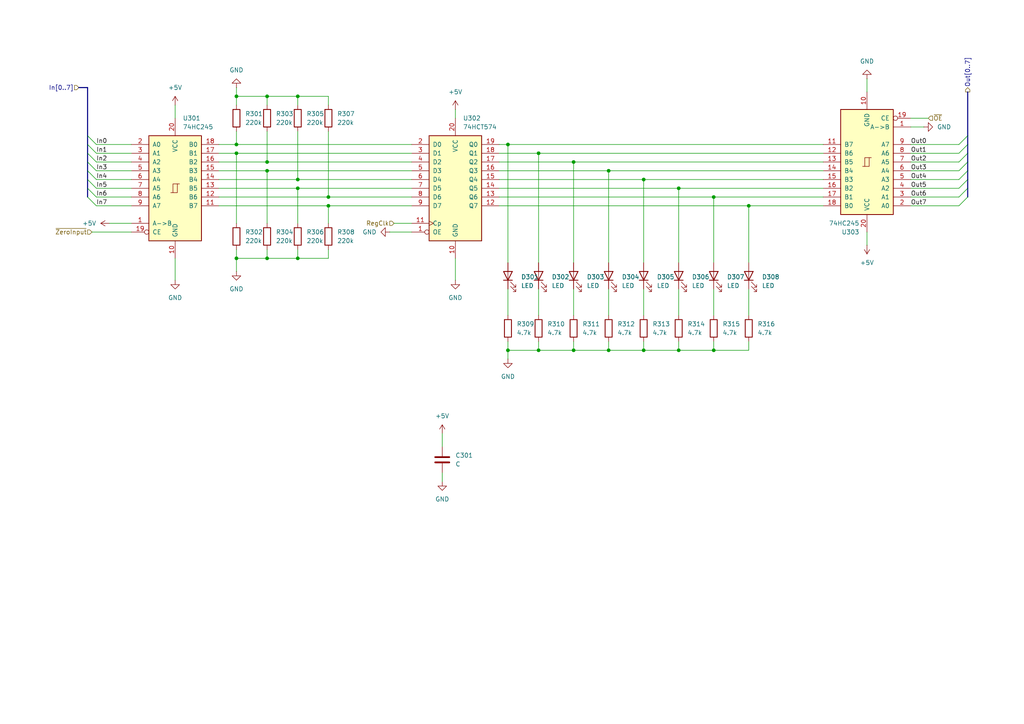
<source format=kicad_sch>
(kicad_sch (version 20231120) (generator "eeschema") (generator_version "8.0")
  (paper "A4")
  (title_block (title "16-bit Register with Reset") (rev "0"))
  (lib_symbols
    (symbol "74xx:74HC245" (pin_names (offset 1.016))
      (property "Reference" "U" (at -7.62 16.51 0))
      (property "Value" "74HC245" (at -7.62 -16.51 0))
      (symbol "74HC245_1_0"
        (polyline (pts (xy -0.635 -1.27) (xy -0.635 1.27) (xy 0.635 1.27)))
        (polyline (pts (xy -1.27 -1.27) (xy 0.635 -1.27) (xy 0.635 1.27) (xy 1.27 1.27)))
        (pin input line (at -12.7 -10.16 0) (length 5.08) (name "A->B") (number "1"))
        (pin power_in line (at 0 -20.32 90) (length 5.08) (name "GND") (number "10"))
        (pin tri_state line (at 12.7 -5.08 180) (length 5.08) (name "B7") (number "11"))
        (pin tri_state line (at 12.7 -2.54 180) (length 5.08) (name "B6") (number "12"))
        (pin tri_state line (at 12.7 0 180) (length 5.08) (name "B5") (number "13"))
        (pin tri_state line (at 12.7 2.54 180) (length 5.08) (name "B4") (number "14"))
        (pin tri_state line (at 12.7 5.08 180) (length 5.08) (name "B3") (number "15"))
        (pin tri_state line (at 12.7 7.62 180) (length 5.08) (name "B2") (number "16"))
        (pin tri_state line (at 12.7 10.16 180) (length 5.08) (name "B1") (number "17"))
        (pin tri_state line (at 12.7 12.7 180) (length 5.08) (name "B0") (number "18"))
        (pin input inverted (at -12.7 -12.7 0) (length 5.08) (name "CE") (number "19"))
        (pin tri_state line (at -12.7 12.7 0) (length 5.08) (name "A0") (number "2"))
        (pin power_in line (at 0 20.32 270) (length 5.08) (name "VCC") (number "20"))
        (pin tri_state line (at -12.7 10.16 0) (length 5.08) (name "A1") (number "3"))
        (pin tri_state line (at -12.7 7.62 0) (length 5.08) (name "A2") (number "4"))
        (pin tri_state line (at -12.7 5.08 0) (length 5.08) (name "A3") (number "5"))
        (pin tri_state line (at -12.7 2.54 0) (length 5.08) (name "A4") (number "6"))
        (pin tri_state line (at -12.7 0 0) (length 5.08) (name "A5") (number "7"))
        (pin tri_state line (at -12.7 -2.54 0) (length 5.08) (name "A6") (number "8"))
        (pin tri_state line (at -12.7 -5.08 0) (length 5.08) (name "A7") (number "9"))
      )
      (symbol "74HC245_1_1"
        (rectangle (start -7.62 15.24) (end 7.62 -15.24) (stroke (width 0.254)) (fill (type background)))
      )
    )
    (symbol "74xx:74HCT574" (pin_names (offset 1.016))
      (property "Reference" "U" (at -7.62 16.51 0))
      (property "Value" "74HCT574" (at -7.62 -16.51 0))
      (symbol "74HCT574_1_0"
        (pin input inverted (at -12.7 -12.7 0) (length 5.08) (name "OE") (number "1"))
        (pin power_in line (at 0 -20.32 90) (length 5.08) (name "GND") (number "10"))
        (pin input clock (at -12.7 -10.16 0) (length 5.08) (name "Cp") (number "11"))
        (pin tri_state line (at 12.7 -5.08 180) (length 5.08) (name "Q7") (number "12"))
        (pin tri_state line (at 12.7 -2.54 180) (length 5.08) (name "Q6") (number "13"))
        (pin tri_state line (at 12.7 0 180) (length 5.08) (name "Q5") (number "14"))
        (pin tri_state line (at 12.7 2.54 180) (length 5.08) (name "Q4") (number "15"))
        (pin tri_state line (at 12.7 5.08 180) (length 5.08) (name "Q3") (number "16"))
        (pin tri_state line (at 12.7 7.62 180) (length 5.08) (name "Q2") (number "17"))
        (pin tri_state line (at 12.7 10.16 180) (length 5.08) (name "Q1") (number "18"))
        (pin tri_state line (at 12.7 12.7 180) (length 5.08) (name "Q0") (number "19"))
        (pin input line (at -12.7 12.7 0) (length 5.08) (name "D0") (number "2"))
        (pin power_in line (at 0 20.32 270) (length 5.08) (name "VCC") (number "20"))
        (pin input line (at -12.7 10.16 0) (length 5.08) (name "D1") (number "3"))
        (pin input line (at -12.7 7.62 0) (length 5.08) (name "D2") (number "4"))
        (pin input line (at -12.7 5.08 0) (length 5.08) (name "D3") (number "5"))
        (pin input line (at -12.7 2.54 0) (length 5.08) (name "D4") (number "6"))
        (pin input line (at -12.7 0 0) (length 5.08) (name "D5") (number "7"))
        (pin input line (at -12.7 -2.54 0) (length 5.08) (name "D6") (number "8"))
        (pin input line (at -12.7 -5.08 0) (length 5.08) (name "D7") (number "9"))
      )
      (symbol "74HCT574_1_1"
        (rectangle (start -7.62 15.24) (end 7.62 -15.24) (stroke (width 0.254)) (fill (type background)))
      )
    )
    (symbol "Device:C" (pin_numbers hide) (pin_names (offset 0.254))
      (property "Reference" "C" (at 0.635 2.54 0))
      (property "Value" "C" (at 0.635 -2.54 0))
      (symbol "C_0_1"
        (polyline (pts (xy -2.032 -0.762) (xy 2.032 -0.762)) (stroke (width 0.508)))
        (polyline (pts (xy -2.032 0.762) (xy 2.032 0.762)) (stroke (width 0.508)))
      )
      (symbol "C_1_1"
        (pin passive line (at 0 3.81 270) (length 2.794) (name "~") (number "1"))
        (pin passive line (at 0 -3.81 90) (length 2.794) (name "~") (number "2"))
      )
    )
    (symbol "Device:LED" (pin_numbers hide) (pin_names (offset 1.016) hide)
      (property "Reference" "D" (at 0 2.54 0))
      (property "Value" "LED" (at 0 -2.54 0))
      (symbol "LED_0_1"
        (polyline (pts (xy -1.27 -1.27) (xy -1.27 1.27)) (stroke (width 0.254)))
        (polyline (pts (xy -1.27 0) (xy 1.27 0)))
        (polyline (pts (xy 1.27 -1.27) (xy 1.27 1.27) (xy -1.27 0) (xy 1.27 -1.27)) (stroke (width 0.254)))
        (polyline (pts (xy -3.048 -0.762) (xy -4.572 -2.286) (xy -3.81 -2.286) (xy -4.572 -2.286) (xy -4.572 -1.524)))
        (polyline (pts (xy -1.778 -0.762) (xy -3.302 -2.286) (xy -2.54 -2.286) (xy -3.302 -2.286) (xy -3.302 -1.524)))
      )
      (symbol "LED_1_1"
        (pin passive line (at -3.81 0 0) (length 2.54) (name "K") (number "1"))
        (pin passive line (at 3.81 0 180) (length 2.54) (name "A") (number "2"))
      )
    )
    (symbol "Device:R" (pin_numbers hide) (pin_names (offset 0))
      (property "Reference" "R" (at 2.032 0 90))
      (property "Value" "R" (at 0 0 90))
      (symbol "R_0_1"
        (rectangle (start -1.016 -2.54) (end 1.016 2.54) (stroke (width 0.254)))
      )
      (symbol "R_1_1"
        (pin passive line (at 0 3.81 270) (length 1.27) (name "~") (number "1"))
        (pin passive line (at 0 -3.81 90) (length 1.27) (name "~") (number "2"))
      )
    )
    (symbol "power:+5V" (power) (pin_numbers hide) (pin_names (offset 0) hide)
      (property "Value" "+5V" (at 0 3.556 0))
      (symbol "+5V_0_1"
        (polyline (pts (xy -0.762 1.27) (xy 0 2.54)))
        (polyline (pts (xy 0 0) (xy 0 2.54)))
        (polyline (pts (xy 0 2.54) (xy 0.762 1.27)))
      )
      (symbol "+5V_1_1"
        (pin power_in line (at 0 0 90) (length 0) (name "~") (number "1"))
      )
    )
    (symbol "power:GND" (power) (pin_numbers hide) (pin_names (offset 0) hide)
      (property "Value" "GND" (at 0 -3.81 0))
      (symbol "GND_0_1"
        (polyline (pts (xy 0 0) (xy 0 -1.27) (xy 1.27 -1.27) (xy 0 -2.54) (xy -1.27 -1.27) (xy 0 -1.27)))
      )
      (symbol "GND_1_1"
        (pin power_in line (at 0 0 270) (length 0) (name "~") (number "1"))
      )
    )
  )
  (junction (at 207.01 57.15))
  (junction (at 196.85 54.61))
  (junction (at 176.53 101.6))
  (junction (at 147.32 101.6))
  (junction (at 86.36 54.61))
  (junction (at 95.25 59.69))
  (junction (at 186.69 101.6))
  (junction (at 95.25 57.15))
  (junction (at 166.37 46.99))
  (junction (at 77.47 49.53))
  (junction (at 68.58 74.93))
  (junction (at 156.21 101.6))
  (junction (at 186.69 52.07))
  (junction (at 147.32 41.91))
  (junction (at 68.58 27.94))
  (junction (at 86.36 27.94))
  (junction (at 156.21 44.45))
  (junction (at 207.01 101.6))
  (junction (at 68.58 44.45))
  (junction (at 68.58 41.91))
  (junction (at 77.47 74.93))
  (junction (at 196.85 101.6))
  (junction (at 77.47 27.94))
  (junction (at 86.36 52.07))
  (junction (at 166.37 101.6))
  (junction (at 77.47 46.99))
  (junction (at 176.53 49.53))
  (junction (at 86.36 74.93))
  (junction (at 217.17 59.69))
  (bus_entry (at 280.67 54.61) (size -2.54 2.54))
  (bus_entry (at 280.67 41.91) (size -2.54 2.54))
  (bus_entry (at 280.67 57.15) (size -2.54 2.54))
  (bus_entry (at 280.67 39.37) (size -2.54 2.54))
  (bus_entry (at 280.67 44.45) (size -2.54 2.54))
  (bus_entry (at 25.4 46.99) (size 2.54 2.54))
  (bus_entry (at 280.67 52.07) (size -2.54 2.54))
  (bus_entry (at 25.4 39.37) (size 2.54 2.54))
  (bus_entry (at 25.4 49.53) (size 2.54 2.54))
  (bus_entry (at 280.67 46.99) (size -2.54 2.54))
  (bus_entry (at 25.4 41.91) (size 2.54 2.54))
  (bus_entry (at 25.4 44.45) (size 2.54 2.54))
  (bus_entry (at 280.67 49.53) (size -2.54 2.54))
  (bus_entry (at 25.4 54.61) (size 2.54 2.54))
  (bus_entry (at 25.4 52.07) (size 2.54 2.54))
  (bus_entry (at 25.4 57.15) (size 2.54 2.54))
  (wire (pts (xy 26.67 67.31) (xy 38.1 67.31)))
  (bus (pts (xy 280.67 49.53) (xy 280.67 52.07)))
  (wire (pts (xy 27.94 52.07) (xy 38.1 52.07)))
  (wire (pts (xy 27.94 57.15) (xy 38.1 57.15)))
  (wire (pts (xy 128.27 137.16) (xy 128.27 139.7)))
  (wire (pts (xy 77.47 49.53) (xy 77.47 64.77)))
  (wire (pts (xy 50.8 30.48) (xy 50.8 34.29)))
  (wire (pts (xy 217.17 83.82) (xy 217.17 91.44)))
  (wire (pts (xy 27.94 41.91) (xy 38.1 41.91)))
  (wire (pts (xy 86.36 54.61) (xy 86.36 64.77)))
  (wire (pts (xy 27.94 44.45) (xy 38.1 44.45)))
  (wire (pts (xy 144.78 44.45) (xy 156.21 44.45)))
  (wire (pts (xy 31.75 64.77) (xy 38.1 64.77)))
  (wire (pts (xy 176.53 49.53) (xy 176.53 76.2)))
  (wire (pts (xy 264.16 57.15) (xy 278.13 57.15)))
  (bus (pts (xy 25.4 46.99) (xy 25.4 49.53)))
  (wire (pts (xy 68.58 72.39) (xy 68.58 74.93)))
  (wire (pts (xy 86.36 27.94) (xy 95.25 27.94)))
  (wire (pts (xy 207.01 57.15) (xy 238.76 57.15)))
  (wire (pts (xy 176.53 99.06) (xy 176.53 101.6)))
  (wire (pts (xy 207.01 99.06) (xy 207.01 101.6)))
  (wire (pts (xy 147.32 101.6) (xy 156.21 101.6)))
  (wire (pts (xy 128.27 125.73) (xy 128.27 129.54)))
  (wire (pts (xy 196.85 54.61) (xy 196.85 76.2)))
  (wire (pts (xy 77.47 27.94) (xy 86.36 27.94)))
  (wire (pts (xy 63.5 49.53) (xy 77.47 49.53)))
  (wire (pts (xy 196.85 101.6) (xy 207.01 101.6)))
  (wire (pts (xy 68.58 41.91) (xy 119.38 41.91)))
  (bus (pts (xy 25.4 54.61) (xy 25.4 57.15)))
  (wire (pts (xy 114.3 64.77) (xy 119.38 64.77)))
  (wire (pts (xy 207.01 83.82) (xy 207.01 91.44)))
  (bus (pts (xy 25.4 44.45) (xy 25.4 46.99)))
  (wire (pts (xy 144.78 52.07) (xy 186.69 52.07)))
  (wire (pts (xy 68.58 38.1) (xy 68.58 41.91)))
  (wire (pts (xy 63.5 52.07) (xy 86.36 52.07)))
  (wire (pts (xy 176.53 49.53) (xy 238.76 49.53)))
  (bus (pts (xy 280.67 26.67) (xy 280.67 39.37)))
  (wire (pts (xy 251.46 22.86) (xy 251.46 26.67)))
  (wire (pts (xy 77.47 27.94) (xy 77.47 30.48)))
  (wire (pts (xy 27.94 49.53) (xy 38.1 49.53)))
  (wire (pts (xy 264.16 41.91) (xy 278.13 41.91)))
  (wire (pts (xy 50.8 74.93) (xy 50.8 81.28)))
  (wire (pts (xy 68.58 74.93) (xy 68.58 78.74)))
  (wire (pts (xy 264.16 54.61) (xy 278.13 54.61)))
  (wire (pts (xy 86.36 52.07) (xy 119.38 52.07)))
  (bus (pts (xy 25.4 39.37) (xy 25.4 41.91)))
  (wire (pts (xy 186.69 52.07) (xy 238.76 52.07)))
  (wire (pts (xy 63.5 41.91) (xy 68.58 41.91)))
  (wire (pts (xy 166.37 101.6) (xy 176.53 101.6)))
  (wire (pts (xy 86.36 38.1) (xy 86.36 52.07)))
  (wire (pts (xy 147.32 101.6) (xy 147.32 104.14)))
  (wire (pts (xy 156.21 99.06) (xy 156.21 101.6)))
  (wire (pts (xy 264.16 44.45) (xy 278.13 44.45)))
  (wire (pts (xy 95.25 59.69) (xy 119.38 59.69)))
  (wire (pts (xy 156.21 44.45) (xy 156.21 76.2)))
  (bus (pts (xy 25.4 52.07) (xy 25.4 54.61)))
  (wire (pts (xy 166.37 99.06) (xy 166.37 101.6)))
  (wire (pts (xy 196.85 99.06) (xy 196.85 101.6)))
  (bus (pts (xy 280.67 44.45) (xy 280.67 46.99)))
  (wire (pts (xy 147.32 41.91) (xy 238.76 41.91)))
  (wire (pts (xy 217.17 59.69) (xy 238.76 59.69)))
  (wire (pts (xy 156.21 101.6) (xy 166.37 101.6)))
  (wire (pts (xy 27.94 54.61) (xy 38.1 54.61)))
  (wire (pts (xy 113.03 67.31) (xy 119.38 67.31)))
  (wire (pts (xy 63.5 54.61) (xy 86.36 54.61)))
  (wire (pts (xy 77.47 46.99) (xy 119.38 46.99)))
  (wire (pts (xy 147.32 83.82) (xy 147.32 91.44)))
  (wire (pts (xy 63.5 46.99) (xy 77.47 46.99)))
  (wire (pts (xy 77.47 74.93) (xy 86.36 74.93)))
  (wire (pts (xy 186.69 101.6) (xy 196.85 101.6)))
  (wire (pts (xy 156.21 83.82) (xy 156.21 91.44)))
  (wire (pts (xy 166.37 46.99) (xy 238.76 46.99)))
  (wire (pts (xy 147.32 41.91) (xy 147.32 76.2)))
  (bus (pts (xy 22.86 25.4) (xy 25.4 25.4)))
  (wire (pts (xy 27.94 59.69) (xy 38.1 59.69)))
  (wire (pts (xy 86.36 74.93) (xy 95.25 74.93)))
  (wire (pts (xy 264.16 46.99) (xy 278.13 46.99)))
  (wire (pts (xy 264.16 52.07) (xy 278.13 52.07)))
  (wire (pts (xy 63.5 59.69) (xy 95.25 59.69)))
  (wire (pts (xy 77.47 38.1) (xy 77.47 46.99)))
  (wire (pts (xy 196.85 54.61) (xy 238.76 54.61)))
  (wire (pts (xy 166.37 46.99) (xy 166.37 76.2)))
  (wire (pts (xy 95.25 57.15) (xy 119.38 57.15)))
  (wire (pts (xy 144.78 59.69) (xy 217.17 59.69)))
  (wire (pts (xy 68.58 44.45) (xy 119.38 44.45)))
  (wire (pts (xy 68.58 27.94) (xy 77.47 27.94)))
  (wire (pts (xy 68.58 27.94) (xy 68.58 30.48)))
  (bus (pts (xy 280.67 52.07) (xy 280.67 54.61)))
  (wire (pts (xy 86.36 54.61) (xy 119.38 54.61)))
  (wire (pts (xy 186.69 52.07) (xy 186.69 76.2)))
  (wire (pts (xy 63.5 57.15) (xy 95.25 57.15)))
  (wire (pts (xy 68.58 25.4) (xy 68.58 27.94)))
  (wire (pts (xy 207.01 101.6) (xy 217.17 101.6)))
  (wire (pts (xy 95.25 74.93) (xy 95.25 72.39)))
  (wire (pts (xy 186.69 83.82) (xy 186.69 91.44)))
  (bus (pts (xy 280.67 46.99) (xy 280.67 49.53)))
  (bus (pts (xy 280.67 39.37) (xy 280.67 41.91)))
  (wire (pts (xy 144.78 54.61) (xy 196.85 54.61)))
  (wire (pts (xy 217.17 101.6) (xy 217.17 99.06)))
  (wire (pts (xy 77.47 72.39) (xy 77.47 74.93)))
  (wire (pts (xy 68.58 44.45) (xy 68.58 64.77)))
  (wire (pts (xy 95.25 59.69) (xy 95.25 64.77)))
  (wire (pts (xy 95.25 27.94) (xy 95.25 30.48)))
  (bus (pts (xy 25.4 41.91) (xy 25.4 44.45)))
  (wire (pts (xy 251.46 67.31) (xy 251.46 71.12)))
  (wire (pts (xy 86.36 27.94) (xy 86.36 30.48)))
  (bus (pts (xy 25.4 49.53) (xy 25.4 52.07)))
  (wire (pts (xy 144.78 46.99) (xy 166.37 46.99)))
  (wire (pts (xy 68.58 74.93) (xy 77.47 74.93)))
  (bus (pts (xy 25.4 25.4) (xy 25.4 39.37)))
  (wire (pts (xy 196.85 83.82) (xy 196.85 91.44)))
  (bus (pts (xy 280.67 54.61) (xy 280.67 57.15)))
  (wire (pts (xy 217.17 59.69) (xy 217.17 76.2)))
  (wire (pts (xy 264.16 36.83) (xy 267.97 36.83)))
  (wire (pts (xy 264.16 49.53) (xy 278.13 49.53)))
  (wire (pts (xy 176.53 83.82) (xy 176.53 91.44)))
  (wire (pts (xy 147.32 99.06) (xy 147.32 101.6)))
  (wire (pts (xy 207.01 57.15) (xy 207.01 76.2)))
  (wire (pts (xy 27.94 46.99) (xy 38.1 46.99)))
  (wire (pts (xy 264.16 59.69) (xy 278.13 59.69)))
  (wire (pts (xy 144.78 41.91) (xy 147.32 41.91)))
  (wire (pts (xy 144.78 57.15) (xy 207.01 57.15)))
  (wire (pts (xy 86.36 72.39) (xy 86.36 74.93)))
  (wire (pts (xy 186.69 99.06) (xy 186.69 101.6)))
  (bus (pts (xy 280.67 41.91) (xy 280.67 44.45)))
  (wire (pts (xy 166.37 83.82) (xy 166.37 91.44)))
  (wire (pts (xy 95.25 38.1) (xy 95.25 57.15)))
  (wire (pts (xy 144.78 49.53) (xy 176.53 49.53)))
  (wire (pts (xy 63.5 44.45) (xy 68.58 44.45)))
  (wire (pts (xy 132.08 31.75) (xy 132.08 34.29)))
  (wire (pts (xy 176.53 101.6) (xy 186.69 101.6)))
  (wire (pts (xy 77.47 49.53) (xy 119.38 49.53)))
  (wire (pts (xy 156.21 44.45) (xy 238.76 44.45)))
  (wire (pts (xy 264.16 34.29) (xy 269.24 34.29)))
  (wire (pts (xy 132.08 74.93) (xy 132.08 81.28)))
  (label "Out4" (at 264.16 52.07 0))
  (label "Out0" (at 264.16 41.91 0))
  (label "In2" (at 27.94 46.99 0))
  (label "Out6" (at 264.16 57.15 0))
  (label "In5" (at 27.94 54.61 0))
  (label "In7" (at 27.94 59.69 0))
  (label "In6" (at 27.94 57.15 0))
  (label "Out2" (at 264.16 46.99 0))
  (label "In0" (at 27.94 41.91 0))
  (label "Out7" (at 264.16 59.69 0))
  (label "In1" (at 27.94 44.45 0))
  (label "Out5" (at 264.16 54.61 0))
  (label "Out3" (at 264.16 49.53 0))
  (label "Out1" (at 264.16 44.45 0))
  (label "In3" (at 27.94 49.53 0))
  (label "In4" (at 27.94 52.07 0))
  (hierarchical_label "~{ZeroInput}" (shape input) (at 26.67 67.31 180))
  (hierarchical_label "~{OE}" (shape input) (at 269.24 34.29 0))
  (hierarchical_label "In[0..7]" (shape input) (at 22.86 25.4 180))
  (hierarchical_label "RegClk" (shape input) (at 114.3 64.77 180))
  (hierarchical_label "Out[0..7]" (shape output) (at 280.67 26.67 90))
  (symbol (lib_id "Device:R") (at 196.85 95.25 0) (unit 1)
    (property "Reference" "R314" (at 199.39 93.9799 0) (effects (justify left)))
    (property "Value" "4.7k" (at 199.39 96.5199 0) (effects (justify left)))
    (property "Footprint" "Resistor_SMD:R_0603_1608Metric" (effects (hide yes)))
    (property "Datasheet" "https://wmsc.lcsc.com/wmsc/upload/file/pdf/v2/lcsc/2206010116_UNI-ROYAL-Uniroyal-Elec-0603WAF4701T5E_C23162.pdf" (effects (hide yes)))
    (property "Description" "Resistor" (effects (hide yes)))
    (property "LCSC" "C23162" (effects (hide yes)))
    (instances (project "Register with Reset" (path "" (reference "R314") (unit 1)) (path "" (reference "R214") (unit 1))))
  )
  (symbol (lib_id "74xx:74HCT574") (at 132.08 54.61 0) (unit 1)
    (property "Reference" "U302" (at 134.2741 34.29 0) (effects (justify left)))
    (property "Value" "74HCT574" (at 134.2741 36.83 0) (effects (justify left)))
    (property "Footprint" "Package_DIP:DIP-20_W7.62mm_Socket" (effects (hide yes)))
    (property "Datasheet" "http://www.ti.com/lit/gpn/sn74HCT574" (effects (hide yes)))
    (property "Description" "8-bit Register, 3-state outputs" (effects (hide yes)))
    (instances (project "" (path "" (reference "U302") (unit 1)) (path "" (reference "U202") (unit 1))))
  )
  (symbol (lib_id "Device:R") (at 77.47 68.58 0) (unit 1)
    (property "Reference" "R304" (at 80.01 67.3099 0) (effects (justify left)))
    (property "Value" "220k" (at 80.01 69.8499 0) (effects (justify left)))
    (property "Footprint" "Resistor_SMD:R_0603_1608Metric" (effects (hide yes)))
    (property "Datasheet" "https://wmsc.lcsc.com/wmsc/upload/file/pdf/v2/lcsc/2206010130_UNI-ROYAL-Uniroyal-Elec-0603WAF2203T5E_C22961.pdf" (effects (hide yes)))
    (property "Description" "Resistor" (effects (hide yes)))
    (property "LCSC" "C22961" (effects (hide yes)))
    (instances (project "Register with Reset" (path "" (reference "R304") (unit 1)) (path "" (reference "R204") (unit 1))))
  )
  (symbol (lib_id "Device:LED") (at 166.37 80.01 90) (unit 1)
    (property "Reference" "D303" (at 170.18 80.3274 90) (effects (justify right)))
    (property "Value" "LED" (at 170.18 82.8674 90) (effects (justify right)))
    (property "Footprint" "LED_SMD:LED_0603_1608Metric" (effects (hide yes)))
    (property "Datasheet" "https://wmsc.lcsc.com/wmsc/upload/file/pdf/v2/lcsc/2305091500_Hubei-KENTO-Elec-KT-0603W_C2290.pdf" (effects (hide yes)))
    (property "Description" "Light emitting diode (White)" (effects (hide yes)))
    (property "LCSC" "C2290" (effects (hide yes)))
    (instances (project "Register with Reset" (path "" (reference "D303") (unit 1)) (path "" (reference "D203") (unit 1))))
  )
  (symbol (lib_id "power:GND") (at 251.46 22.86 180) (unit 1)
    (property "Reference" "#PWR0312" (effects (hide yes)))
    (property "Value" "GND" (at 251.46 17.78 0))
    (property "Description" "Power symbol creates a global label with name \"GND\" , ground" (effects (hide yes)))
    (instances (project "Register with Reset" (path "" (reference "#PWR0312") (unit 1)) (path "" (reference "#PWR0212") (unit 1))))
  )
  (symbol (lib_id "power:+5V") (at 251.46 71.12 180) (unit 1)
    (property "Reference" "#PWR0311" (effects (hide yes)))
    (property "Value" "+5V" (at 251.46 76.2 0))
    (property "Description" "Power symbol creates a global label with name \"+5V\"" (effects (hide yes)))
    (instances (project "" (path "" (reference "#PWR0311") (unit 1)) (path "" (reference "#PWR0211") (unit 1))))
  )
  (symbol (lib_id "Device:R") (at 217.17 95.25 0) (unit 1)
    (property "Reference" "R316" (at 219.71 93.9799 0) (effects (justify left)))
    (property "Value" "4.7k" (at 219.71 96.5199 0) (effects (justify left)))
    (property "Footprint" "Resistor_SMD:R_0603_1608Metric" (effects (hide yes)))
    (property "Datasheet" "https://wmsc.lcsc.com/wmsc/upload/file/pdf/v2/lcsc/2206010116_UNI-ROYAL-Uniroyal-Elec-0603WAF4701T5E_C23162.pdf" (effects (hide yes)))
    (property "Description" "Resistor" (effects (hide yes)))
    (property "LCSC" "C23162" (effects (hide yes)))
    (instances (project "Register with Reset" (path "" (reference "R316") (unit 1)) (path "" (reference "R216") (unit 1))))
  )
  (symbol (lib_id "Device:LED") (at 186.69 80.01 90) (unit 1)
    (property "Reference" "D305" (at 190.5 80.3274 90) (effects (justify right)))
    (property "Value" "LED" (at 190.5 82.8674 90) (effects (justify right)))
    (property "Footprint" "LED_SMD:LED_0603_1608Metric" (effects (hide yes)))
    (property "Datasheet" "https://wmsc.lcsc.com/wmsc/upload/file/pdf/v2/lcsc/2305091500_Hubei-KENTO-Elec-KT-0603W_C2290.pdf" (effects (hide yes)))
    (property "Description" "Light emitting diode (White)" (effects (hide yes)))
    (property "LCSC" "C2290" (effects (hide yes)))
    (instances (project "Register with Reset" (path "" (reference "D305") (unit 1)) (path "" (reference "D205") (unit 1))))
  )
  (symbol (lib_id "Device:R") (at 86.36 68.58 0) (unit 1)
    (property "Reference" "R306" (at 88.9 67.3099 0) (effects (justify left)))
    (property "Value" "220k" (at 88.9 69.8499 0) (effects (justify left)))
    (property "Footprint" "Resistor_SMD:R_0603_1608Metric" (effects (hide yes)))
    (property "Datasheet" "https://wmsc.lcsc.com/wmsc/upload/file/pdf/v2/lcsc/2206010130_UNI-ROYAL-Uniroyal-Elec-0603WAF2203T5E_C22961.pdf" (effects (hide yes)))
    (property "Description" "Resistor" (effects (hide yes)))
    (property "LCSC" "C22961" (effects (hide yes)))
    (instances (project "Register with Reset" (path "" (reference "R306") (unit 1)) (path "" (reference "R206") (unit 1))))
  )
  (symbol (lib_id "power:GND") (at 50.8 81.28 0) (unit 1)
    (property "Reference" "#PWR0303" (effects (hide yes)))
    (property "Value" "GND" (at 50.8 86.36 0))
    (property "Description" "Power symbol creates a global label with name \"GND\" , ground" (effects (hide yes)))
    (instances (project "" (path "" (reference "#PWR0303") (unit 1)) (path "" (reference "#PWR0203") (unit 1))))
  )
  (symbol (lib_id "Device:R") (at 156.21 95.25 0) (unit 1)
    (property "Reference" "R310" (at 158.75 93.9799 0) (effects (justify left)))
    (property "Value" "4.7k" (at 158.75 96.5199 0) (effects (justify left)))
    (property "Footprint" "Resistor_SMD:R_0603_1608Metric" (effects (hide yes)))
    (property "Datasheet" "https://wmsc.lcsc.com/wmsc/upload/file/pdf/v2/lcsc/2206010116_UNI-ROYAL-Uniroyal-Elec-0603WAF4701T5E_C23162.pdf" (effects (hide yes)))
    (property "Description" "Resistor" (effects (hide yes)))
    (property "LCSC" "C23162" (effects (hide yes)))
    (instances (project "Register with Reset" (path "" (reference "R310") (unit 1)) (path "" (reference "R210") (unit 1))))
  )
  (symbol (lib_id "power:GND") (at 132.08 81.28 0) (unit 1)
    (property "Reference" "#PWR0308" (effects (hide yes)))
    (property "Value" "GND" (at 132.08 86.36 0))
    (property "Description" "Power symbol creates a global label with name \"GND\" , ground" (effects (hide yes)))
    (instances (project "Register with Reset" (path "" (reference "#PWR0308") (unit 1)) (path "" (reference "#PWR0208") (unit 1))))
  )
  (symbol (lib_id "Device:R") (at 147.32 95.25 0) (unit 1)
    (property "Reference" "R309" (at 149.86 93.9799 0) (effects (justify left)))
    (property "Value" "4.7k" (at 149.86 96.5199 0) (effects (justify left)))
    (property "Footprint" "Resistor_SMD:R_0603_1608Metric" (effects (hide yes)))
    (property "Datasheet" "https://wmsc.lcsc.com/wmsc/upload/file/pdf/v2/lcsc/2206010116_UNI-ROYAL-Uniroyal-Elec-0603WAF4701T5E_C23162.pdf" (effects (hide yes)))
    (property "Description" "Resistor" (effects (hide yes)))
    (property "LCSC" "C23162" (effects (hide yes)))
    (instances (project "" (path "" (reference "R309") (unit 1)) (path "" (reference "R209") (unit 1))))
  )
  (symbol (lib_id "power:GND") (at 68.58 78.74 0) (unit 1)
    (property "Reference" "#PWR0305" (effects (hide yes)))
    (property "Value" "GND" (at 68.58 83.82 0))
    (property "Description" "Power symbol creates a global label with name \"GND\" , ground" (effects (hide yes)))
    (instances (project "" (path "" (reference "#PWR0305") (unit 1)) (path "" (reference "#PWR0205") (unit 1))))
  )
  (symbol (lib_id "Device:R") (at 166.37 95.25 0) (unit 1)
    (property "Reference" "R311" (at 168.91 93.9799 0) (effects (justify left)))
    (property "Value" "4.7k" (at 168.91 96.5199 0) (effects (justify left)))
    (property "Footprint" "Resistor_SMD:R_0603_1608Metric" (effects (hide yes)))
    (property "Datasheet" "https://wmsc.lcsc.com/wmsc/upload/file/pdf/v2/lcsc/2206010116_UNI-ROYAL-Uniroyal-Elec-0603WAF4701T5E_C23162.pdf" (effects (hide yes)))
    (property "Description" "Resistor" (effects (hide yes)))
    (property "LCSC" "C23162" (effects (hide yes)))
    (instances (project "Register with Reset" (path "" (reference "R311") (unit 1)) (path "" (reference "R211") (unit 1))))
  )
  (symbol (lib_id "Device:R") (at 68.58 68.58 0) (unit 1)
    (property "Reference" "R302" (at 71.12 67.3099 0) (effects (justify left)))
    (property "Value" "220k" (at 71.12 69.8499 0) (effects (justify left)))
    (property "Footprint" "Resistor_SMD:R_0603_1608Metric" (effects (hide yes)))
    (property "Datasheet" "https://wmsc.lcsc.com/wmsc/upload/file/pdf/v2/lcsc/2206010130_UNI-ROYAL-Uniroyal-Elec-0603WAF2203T5E_C22961.pdf" (effects (hide yes)))
    (property "Description" "Resistor" (effects (hide yes)))
    (property "LCSC" "C22961" (effects (hide yes)))
    (instances (project "Register with Reset" (path "" (reference "R302") (unit 1)) (path "" (reference "R202") (unit 1))))
  )
  (symbol (lib_id "Device:C") (at 128.27 133.35 0) (unit 1)
    (property "Reference" "C301" (at 132.08 132.0799 0) (effects (justify left)))
    (property "Value" "C" (at 132.08 134.6199 0) (effects (justify left)))
    (property "Footprint" "Capacitor_SMD:C_0603_1608Metric" (effects (hide yes)))
    (property "Datasheet" "https://wmsc.lcsc.com/wmsc/upload/file/pdf/v2/lcsc/2211101700_YAGEO-CC0603KRX7R9BB104_C14663.pdf" (effects (hide yes)))
    (property "Description" "Unpolarized capacitor" (effects (hide yes)))
    (property "LCSC" "C14663" (effects (hide yes)))
    (instances (project "" (path "" (reference "C301") (unit 1)) (path "" (reference "C201") (unit 1))))
  )
  (symbol (lib_id "power:GND") (at 128.27 139.7 0) (unit 1)
    (property "Reference" "#PWR0313" (effects (hide yes)))
    (property "Value" "GND" (at 128.27 144.78 0))
    (property "Description" "Power symbol creates a global label with name \"GND\" , ground" (effects (hide yes)))
    (instances (project "" (path "" (reference "#PWR0313") (unit 1)) (path "" (reference "#PWR0213") (unit 1))))
  )
  (symbol (lib_id "Device:R") (at 77.47 34.29 0) (unit 1)
    (property "Reference" "R303" (at 80.01 33.0199 0) (effects (justify left)))
    (property "Value" "220k" (at 80.01 35.5599 0) (effects (justify left)))
    (property "Footprint" "Resistor_SMD:R_0603_1608Metric" (effects (hide yes)))
    (property "Datasheet" "https://wmsc.lcsc.com/wmsc/upload/file/pdf/v2/lcsc/2206010130_UNI-ROYAL-Uniroyal-Elec-0603WAF2203T5E_C22961.pdf" (effects (hide yes)))
    (property "Description" "Resistor" (effects (hide yes)))
    (property "LCSC" "C22961" (effects (hide yes)))
    (instances (project "Register with Reset" (path "" (reference "R303") (unit 1)) (path "" (reference "R203") (unit 1))))
  )
  (symbol (lib_id "Device:LED") (at 176.53 80.01 90) (unit 1)
    (property "Reference" "D304" (at 180.34 80.3274 90) (effects (justify right)))
    (property "Value" "LED" (at 180.34 82.8674 90) (effects (justify right)))
    (property "Footprint" "LED_SMD:LED_0603_1608Metric" (effects (hide yes)))
    (property "Datasheet" "https://wmsc.lcsc.com/wmsc/upload/file/pdf/v2/lcsc/2305091500_Hubei-KENTO-Elec-KT-0603W_C2290.pdf" (effects (hide yes)))
    (property "Description" "Light emitting diode (White)" (effects (hide yes)))
    (property "LCSC" "C2290" (effects (hide yes)))
    (instances (project "Register with Reset" (path "" (reference "D304") (unit 1)) (path "" (reference "D204") (unit 1))))
  )
  (symbol (lib_id "power:+5V") (at 50.8 30.48 0) (unit 1)
    (property "Reference" "#PWR0302" (effects (hide yes)))
    (property "Value" "+5V" (at 50.8 25.4 0))
    (property "Description" "Power symbol creates a global label with name \"+5V\"" (effects (hide yes)))
    (instances (project "" (path "" (reference "#PWR0302") (unit 1)) (path "" (reference "#PWR0202") (unit 1))))
  )
  (symbol (lib_id "power:+5V") (at 128.27 125.73 0) (unit 1)
    (property "Reference" "#PWR0314" (effects (hide yes)))
    (property "Value" "+5V" (at 128.27 120.65 0))
    (property "Description" "Power symbol creates a global label with name \"+5V\"" (effects (hide yes)))
    (instances (project "" (path "" (reference "#PWR0314") (unit 1)) (path "" (reference "#PWR0214") (unit 1))))
  )
  (symbol (lib_id "power:+5V") (at 132.08 31.75 0) (unit 1)
    (property "Reference" "#PWR0307" (effects (hide yes)))
    (property "Value" "+5V" (at 132.08 26.67 0))
    (property "Description" "Power symbol creates a global label with name \"+5V\"" (effects (hide yes)))
    (instances (project "" (path "" (reference "#PWR0307") (unit 1)) (path "" (reference "#PWR0207") (unit 1))))
  )
  (symbol (lib_id "Device:R") (at 176.53 95.25 0) (unit 1)
    (property "Reference" "R312" (at 179.07 93.9799 0) (effects (justify left)))
    (property "Value" "4.7k" (at 179.07 96.5199 0) (effects (justify left)))
    (property "Footprint" "Resistor_SMD:R_0603_1608Metric" (effects (hide yes)))
    (property "Datasheet" "https://wmsc.lcsc.com/wmsc/upload/file/pdf/v2/lcsc/2206010116_UNI-ROYAL-Uniroyal-Elec-0603WAF4701T5E_C23162.pdf" (effects (hide yes)))
    (property "Description" "Resistor" (effects (hide yes)))
    (property "LCSC" "C23162" (effects (hide yes)))
    (instances (project "Register with Reset" (path "" (reference "R312") (unit 1)) (path "" (reference "R212") (unit 1))))
  )
  (symbol (lib_id "power:GND") (at 267.97 36.83 90) (unit 1)
    (property "Reference" "#PWR0310" (effects (hide yes)))
    (property "Value" "GND" (at 271.78 36.8299 90) (effects (justify right)))
    (property "Description" "Power symbol creates a global label with name \"GND\" , ground" (effects (hide yes)))
    (instances (project "" (path "" (reference "#PWR0310") (unit 1)) (path "" (reference "#PWR0210") (unit 1))))
  )
  (symbol (lib_id "Device:R") (at 95.25 34.29 0) (unit 1)
    (property "Reference" "R307" (at 97.79 33.0199 0) (effects (justify left)))
    (property "Value" "220k" (at 97.79 35.5599 0) (effects (justify left)))
    (property "Footprint" "Resistor_SMD:R_0603_1608Metric" (effects (hide yes)))
    (property "Datasheet" "https://wmsc.lcsc.com/wmsc/upload/file/pdf/v2/lcsc/2206010130_UNI-ROYAL-Uniroyal-Elec-0603WAF2203T5E_C22961.pdf" (effects (hide yes)))
    (property "Description" "Resistor" (effects (hide yes)))
    (property "LCSC" "C22961" (effects (hide yes)))
    (instances (project "Register with Reset" (path "" (reference "R307") (unit 1)) (path "" (reference "R207") (unit 1))))
  )
  (symbol (lib_id "power:GND") (at 113.03 67.31 270) (unit 1)
    (property "Reference" "#PWR0306" (effects (hide yes)))
    (property "Value" "GND" (at 109.22 67.3099 90) (effects (justify right)))
    (property "Description" "Power symbol creates a global label with name \"GND\" , ground" (effects (hide yes)))
    (instances (project "" (path "" (reference "#PWR0306") (unit 1)) (path "" (reference "#PWR0206") (unit 1))))
  )
  (symbol (lib_id "Device:R") (at 186.69 95.25 0) (unit 1)
    (property "Reference" "R313" (at 189.23 93.9799 0) (effects (justify left)))
    (property "Value" "4.7k" (at 189.23 96.5199 0) (effects (justify left)))
    (property "Footprint" "Resistor_SMD:R_0603_1608Metric" (effects (hide yes)))
    (property "Datasheet" "https://wmsc.lcsc.com/wmsc/upload/file/pdf/v2/lcsc/2206010116_UNI-ROYAL-Uniroyal-Elec-0603WAF4701T5E_C23162.pdf" (effects (hide yes)))
    (property "Description" "Resistor" (effects (hide yes)))
    (property "LCSC" "C23162" (effects (hide yes)))
    (instances (project "Register with Reset" (path "" (reference "R313") (unit 1)) (path "" (reference "R213") (unit 1))))
  )
  (symbol (lib_id "74xx:74HC245") (at 251.46 46.99 180) (unit 1)
    (property "Reference" "U303" (at 249.2659 67.31 0) (effects (justify left)))
    (property "Value" "74HC245" (at 249.2659 64.77 0) (effects (justify left)))
    (property "Footprint" "Package_SO:SOIC-20W_7.5x12.8mm_P1.27mm" (effects (hide yes)))
    (property "Datasheet" "http://www.ti.com/lit/gpn/sn74HC245" (effects (hide yes)))
    (property "Description" "Octal BUS Transceivers, 3-State outputs" (effects (hide yes)))
    (property "LCSC" "C5625" (effects (hide yes)))
    (instances (project "Register with Reset" (path "" (reference "U303") (unit 1)) (path "" (reference "U203") (unit 1))))
  )
  (symbol (lib_id "Device:R") (at 207.01 95.25 0) (unit 1)
    (property "Reference" "R315" (at 209.55 93.9799 0) (effects (justify left)))
    (property "Value" "4.7k" (at 209.55 96.5199 0) (effects (justify left)))
    (property "Footprint" "Resistor_SMD:R_0603_1608Metric" (effects (hide yes)))
    (property "Datasheet" "https://wmsc.lcsc.com/wmsc/upload/file/pdf/v2/lcsc/2206010116_UNI-ROYAL-Uniroyal-Elec-0603WAF4701T5E_C23162.pdf" (effects (hide yes)))
    (property "Description" "Resistor" (effects (hide yes)))
    (property "LCSC" "C23162" (effects (hide yes)))
    (instances (project "Register with Reset" (path "" (reference "R315") (unit 1)) (path "" (reference "R215") (unit 1))))
  )
  (symbol (lib_id "Device:R") (at 86.36 34.29 0) (unit 1)
    (property "Reference" "R305" (at 88.9 33.0199 0) (effects (justify left)))
    (property "Value" "220k" (at 88.9 35.5599 0) (effects (justify left)))
    (property "Footprint" "Resistor_SMD:R_0603_1608Metric" (effects (hide yes)))
    (property "Datasheet" "https://wmsc.lcsc.com/wmsc/upload/file/pdf/v2/lcsc/2206010130_UNI-ROYAL-Uniroyal-Elec-0603WAF2203T5E_C22961.pdf" (effects (hide yes)))
    (property "Description" "Resistor" (effects (hide yes)))
    (property "LCSC" "C22961" (effects (hide yes)))
    (instances (project "Register with Reset" (path "" (reference "R305") (unit 1)) (path "" (reference "R205") (unit 1))))
  )
  (symbol (lib_id "Device:LED") (at 196.85 80.01 90) (unit 1)
    (property "Reference" "D306" (at 200.66 80.3274 90) (effects (justify right)))
    (property "Value" "LED" (at 200.66 82.8674 90) (effects (justify right)))
    (property "Footprint" "LED_SMD:LED_0603_1608Metric" (effects (hide yes)))
    (property "Datasheet" "https://wmsc.lcsc.com/wmsc/upload/file/pdf/v2/lcsc/2305091500_Hubei-KENTO-Elec-KT-0603W_C2290.pdf" (effects (hide yes)))
    (property "Description" "Light emitting diode (White)" (effects (hide yes)))
    (property "LCSC" "C2290" (effects (hide yes)))
    (instances (project "Register with Reset" (path "" (reference "D306") (unit 1)) (path "" (reference "D206") (unit 1))))
  )
  (symbol (lib_id "power:GND") (at 68.58 25.4 180) (unit 1)
    (property "Reference" "#PWR0304" (effects (hide yes)))
    (property "Value" "GND" (at 68.58 20.32 0))
    (property "Description" "Power symbol creates a global label with name \"GND\" , ground" (effects (hide yes)))
    (instances (project "" (path "" (reference "#PWR0304") (unit 1)) (path "" (reference "#PWR0204") (unit 1))))
  )
  (symbol (lib_id "Device:R") (at 68.58 34.29 0) (unit 1)
    (property "Reference" "R301" (at 71.12 33.0199 0) (effects (justify left)))
    (property "Value" "220k" (at 71.12 35.5599 0) (effects (justify left)))
    (property "Footprint" "Resistor_SMD:R_0603_1608Metric" (effects (hide yes)))
    (property "Datasheet" "https://wmsc.lcsc.com/wmsc/upload/file/pdf/v2/lcsc/2206010130_UNI-ROYAL-Uniroyal-Elec-0603WAF2203T5E_C22961.pdf" (effects (hide yes)))
    (property "Description" "Resistor" (effects (hide yes)))
    (property "LCSC" "C22961" (effects (hide yes)))
    (instances (project "" (path "" (reference "R301") (unit 1)) (path "" (reference "R201") (unit 1))))
  )
  (symbol (lib_id "power:+5V") (at 31.75 64.77 90) (unit 1)
    (property "Reference" "#PWR0301" (effects (hide yes)))
    (property "Value" "+5V" (at 27.94 64.7699 90) (effects (justify left)))
    (property "Description" "Power symbol creates a global label with name \"+5V\"" (effects (hide yes)))
    (instances (project "" (path "" (reference "#PWR0301") (unit 1)) (path "" (reference "#PWR0201") (unit 1))))
  )
  (symbol (lib_id "power:GND") (at 147.32 104.14 0) (unit 1)
    (property "Reference" "#PWR0309" (effects (hide yes)))
    (property "Value" "GND" (at 147.32 109.22 0))
    (property "Description" "Power symbol creates a global label with name \"GND\" , ground" (effects (hide yes)))
    (instances (project "" (path "" (reference "#PWR0309") (unit 1)) (path "" (reference "#PWR0209") (unit 1))))
  )
  (symbol (lib_id "Device:LED") (at 217.17 80.01 90) (unit 1)
    (property "Reference" "D308" (at 220.98 80.3274 90) (effects (justify right)))
    (property "Value" "LED" (at 220.98 82.8674 90) (effects (justify right)))
    (property "Footprint" "LED_SMD:LED_0603_1608Metric" (effects (hide yes)))
    (property "Datasheet" "https://wmsc.lcsc.com/wmsc/upload/file/pdf/v2/lcsc/2305091500_Hubei-KENTO-Elec-KT-0603W_C2290.pdf" (effects (hide yes)))
    (property "Description" "Light emitting diode (White)" (effects (hide yes)))
    (property "LCSC" "C2290" (effects (hide yes)))
    (instances (project "Register with Reset" (path "" (reference "D308") (unit 1)) (path "" (reference "D208") (unit 1))))
  )
  (symbol (lib_id "Device:LED") (at 207.01 80.01 90) (unit 1)
    (property "Reference" "D307" (at 210.82 80.3274 90) (effects (justify right)))
    (property "Value" "LED" (at 210.82 82.8674 90) (effects (justify right)))
    (property "Footprint" "LED_SMD:LED_0603_1608Metric" (effects (hide yes)))
    (property "Datasheet" "https://wmsc.lcsc.com/wmsc/upload/file/pdf/v2/lcsc/2305091500_Hubei-KENTO-Elec-KT-0603W_C2290.pdf" (effects (hide yes)))
    (property "Description" "Light emitting diode (White)" (effects (hide yes)))
    (property "LCSC" "C2290" (effects (hide yes)))
    (instances (project "Register with Reset" (path "" (reference "D307") (unit 1)) (path "" (reference "D207") (unit 1))))
  )
  (symbol (lib_id "Device:LED") (at 156.21 80.01 90) (unit 1)
    (property "Reference" "D302" (at 160.02 80.3274 90) (effects (justify right)))
    (property "Value" "LED" (at 160.02 82.8674 90) (effects (justify right)))
    (property "Footprint" "LED_SMD:LED_0603_1608Metric" (effects (hide yes)))
    (property "Datasheet" "https://wmsc.lcsc.com/wmsc/upload/file/pdf/v2/lcsc/2305091500_Hubei-KENTO-Elec-KT-0603W_C2290.pdf" (effects (hide yes)))
    (property "Description" "Light emitting diode (White)" (effects (hide yes)))
    (property "LCSC" "C2290" (effects (hide yes)))
    (instances (project "Register with Reset" (path "" (reference "D302") (unit 1)) (path "" (reference "D202") (unit 1))))
  )
  (symbol (lib_id "74xx:74HC245") (at 50.8 54.61 0) (unit 1)
    (property "Reference" "U301" (at 52.9941 34.29 0) (effects (justify left)))
    (property "Value" "74HC245" (at 52.9941 36.83 0) (effects (justify left)))
    (property "Footprint" "Package_SO:SOIC-20W_7.5x12.8mm_P1.27mm" (effects (hide yes)))
    (property "Datasheet" "http://www.ti.com/lit/gpn/sn74HC245" (effects (hide yes)))
    (property "Description" "Octal BUS Transceivers, 3-State outputs" (effects (hide yes)))
    (property "LCSC" "C5625" (effects (hide yes)))
    (instances (project "" (path "" (reference "U301") (unit 1)) (path "" (reference "U201") (unit 1))))
  )
  (symbol (lib_id "Device:R") (at 95.25 68.58 0) (unit 1)
    (property "Reference" "R308" (at 97.79 67.3099 0) (effects (justify left)))
    (property "Value" "220k" (at 97.79 69.8499 0) (effects (justify left)))
    (property "Footprint" "Resistor_SMD:R_0603_1608Metric" (effects (hide yes)))
    (property "Datasheet" "https://wmsc.lcsc.com/wmsc/upload/file/pdf/v2/lcsc/2206010130_UNI-ROYAL-Uniroyal-Elec-0603WAF2203T5E_C22961.pdf" (effects (hide yes)))
    (property "Description" "Resistor" (effects (hide yes)))
    (property "LCSC" "C22961" (effects (hide yes)))
    (instances (project "Register with Reset" (path "" (reference "R308") (unit 1)) (path "" (reference "R208") (unit 1))))
  )
  (symbol (lib_id "Device:LED") (at 147.32 80.01 90) (unit 1)
    (property "Reference" "D301" (at 151.13 80.3274 90) (effects (justify right)))
    (property "Value" "LED" (at 151.13 82.8674 90) (effects (justify right)))
    (property "Footprint" "LED_SMD:LED_0603_1608Metric" (effects (hide yes)))
    (property "Datasheet" "https://wmsc.lcsc.com/wmsc/upload/file/pdf/v2/lcsc/2305091500_Hubei-KENTO-Elec-KT-0603W_C2290.pdf" (effects (hide yes)))
    (property "Description" "Light emitting diode (White)" (effects (hide yes)))
    (property "LCSC" "C2290" (effects (hide yes)))
    (instances (project "" (path "" (reference "D301") (unit 1)) (path "" (reference "D201") (unit 1))))
  )
)
</source>
